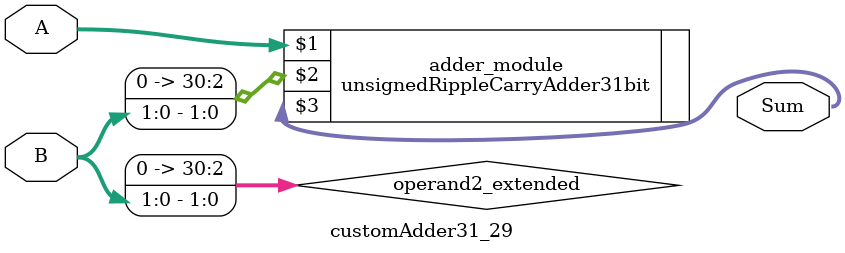
<source format=v>

module customAdder31_29(
                    input [30 : 0] A,
                    input [1 : 0] B,
                    
                    output [31 : 0] Sum
            );

    wire [30 : 0] operand2_extended;
    
    assign operand2_extended =  {29'b0, B};
    
    unsignedRippleCarryAdder31bit adder_module(
        A,
        operand2_extended,
        Sum
    );
    
endmodule
        
</source>
